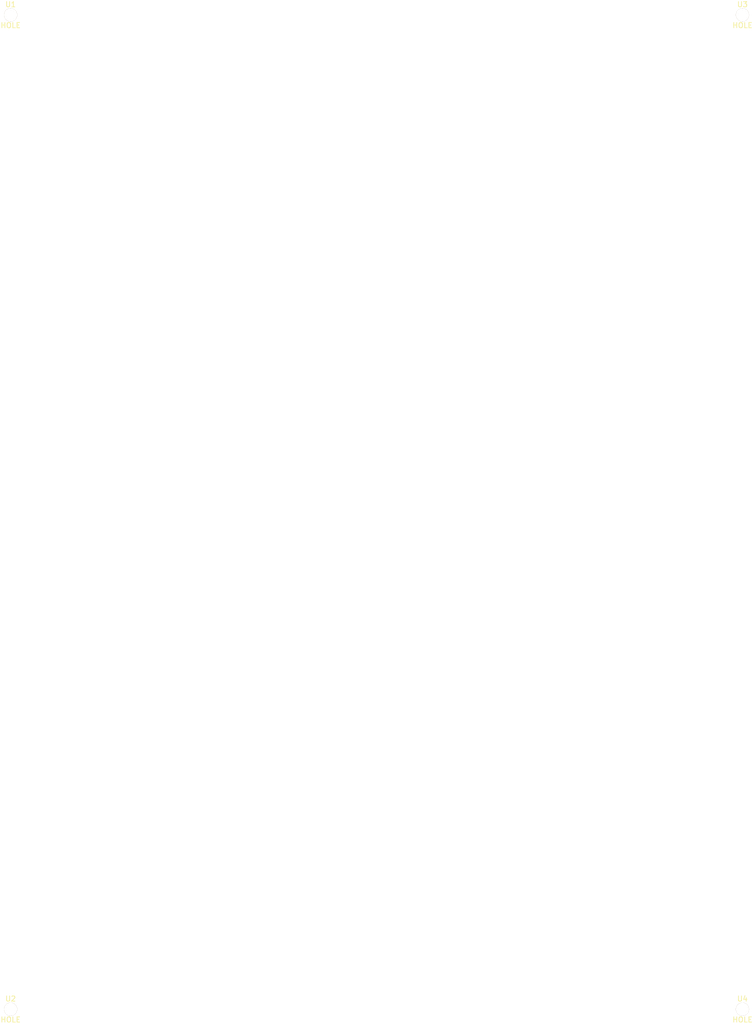
<source format=kicad_pcb>
(kicad_pcb (version 3) (host pcbnew "(2013-08-24 BZR 4298)-stable")

  (general
    (links 0)
    (no_connects 0)
    (area 0 0 0 0)
    (thickness 1.6)
    (drawings 0)
    (tracks 0)
    (zones 0)
    (modules 4)
    (nets 1)
  )

  (page A portrait)
  (layers
    (15 F.Cu signal)
    (0 B.Cu signal)
    (16 B.Adhes user)
    (17 F.Adhes user)
    (18 B.Paste user)
    (19 F.Paste user)
    (20 B.SilkS user)
    (21 F.SilkS user)
    (22 B.Mask user)
    (23 F.Mask user)
    (24 Dwgs.User user)
    (25 Cmts.User user)
    (26 Eco1.User user)
    (27 Eco2.User user)
    (28 Edge.Cuts user)
  )

  (setup
    (last_trace_width 0.254)
    (trace_clearance 0.254)
    (zone_clearance 0.508)
    (zone_45_only no)
    (trace_min 0.254)
    (segment_width 0.2)
    (edge_width 0.1)
    (via_size 0.889)
    (via_drill 0.635)
    (via_min_size 0.889)
    (via_min_drill 0.508)
    (uvia_size 0.508)
    (uvia_drill 0.127)
    (uvias_allowed no)
    (uvia_min_size 0.508)
    (uvia_min_drill 0.127)
    (pcb_text_width 0.3)
    (pcb_text_size 1.5 1.5)
    (mod_edge_width 0.15)
    (mod_text_size 1 1)
    (mod_text_width 0.15)
    (pad_size 2.5 2.5)
    (pad_drill 2.5)
    (pad_to_mask_clearance 0)
    (aux_axis_origin 0 0)
    (visible_elements 7FFFFFFF)
    (pcbplotparams
      (layerselection 3178497)
      (usegerberextensions false)
      (excludeedgelayer true)
      (linewidth 0.150000)
      (plotframeref false)
      (viasonmask false)
      (mode 1)
      (useauxorigin false)
      (hpglpennumber 1)
      (hpglpenspeed 20)
      (hpglpendiameter 15)
      (hpglpenoverlay 2)
      (psnegative false)
      (psa4output false)
      (plotreference true)
      (plotvalue true)
      (plotothertext true)
      (plotinvisibletext false)
      (padsonsilk false)
      (subtractmaskfromsilk false)
      (outputformat 1)
      (mirror false)
      (drillshape 0)
      (scaleselection 1)
      (outputdirectory ""))
  )

  (net 0 "")

  (net_class Default "This is the default net class."
    (clearance 0.254)
    (trace_width 0.254)
    (via_dia 0.889)
    (via_drill 0.635)
    (uvia_dia 0.508)
    (uvia_drill 0.127)
    (add_net "")
  )

  (module TED_Hole (layer F.Cu) (tedit 52239442) (tstamp 52239520)
    (at 20 20)
    (path /52238D46)
    (fp_text reference U1 (at 0 -2) (layer F.SilkS)
      (effects (font (size 1 1) (thickness 0.15)))
    )
    (fp_text value HOLE (at 0 2) (layer F.SilkS)
      (effects (font (size 1 1) (thickness 0.15)))
    )
    (pad 1 thru_hole circle (at 0 0) (size 2.5 2.5) (drill 2.5)
      (layers *.Cu *.Mask F.SilkS)
    )
  )

  (module TED_Hole (layer F.Cu) (tedit 52239442) (tstamp 52239525)
    (at 20 210)
    (path /52238D6E)
    (fp_text reference U2 (at 0 -2) (layer F.SilkS)
      (effects (font (size 1 1) (thickness 0.15)))
    )
    (fp_text value HOLE (at 0 2) (layer F.SilkS)
      (effects (font (size 1 1) (thickness 0.15)))
    )
    (pad 1 thru_hole circle (at 0 0) (size 2.5 2.5) (drill 2.5)
      (layers *.Cu *.Mask F.SilkS)
    )
  )

  (module TED_Hole (layer F.Cu) (tedit 52239442) (tstamp 5223952A)
    (at 160 20)
    (path /52238D5A)
    (fp_text reference U3 (at 0 -2) (layer F.SilkS)
      (effects (font (size 1 1) (thickness 0.15)))
    )
    (fp_text value HOLE (at 0 2) (layer F.SilkS)
      (effects (font (size 1 1) (thickness 0.15)))
    )
    (pad 1 thru_hole circle (at 0 0) (size 2.5 2.5) (drill 2.5)
      (layers *.Cu *.Mask F.SilkS)
    )
  )

  (module TED_Hole (layer F.Cu) (tedit 52239442) (tstamp 5223952F)
    (at 160 210)
    (path /52238D82)
    (fp_text reference U4 (at 0 -2) (layer F.SilkS)
      (effects (font (size 1 1) (thickness 0.15)))
    )
    (fp_text value HOLE (at 0 2) (layer F.SilkS)
      (effects (font (size 1 1) (thickness 0.15)))
    )
    (pad 1 thru_hole circle (at 0 0) (size 2.5 2.5) (drill 2.5)
      (layers *.Cu *.Mask F.SilkS)
    )
  )

)

</source>
